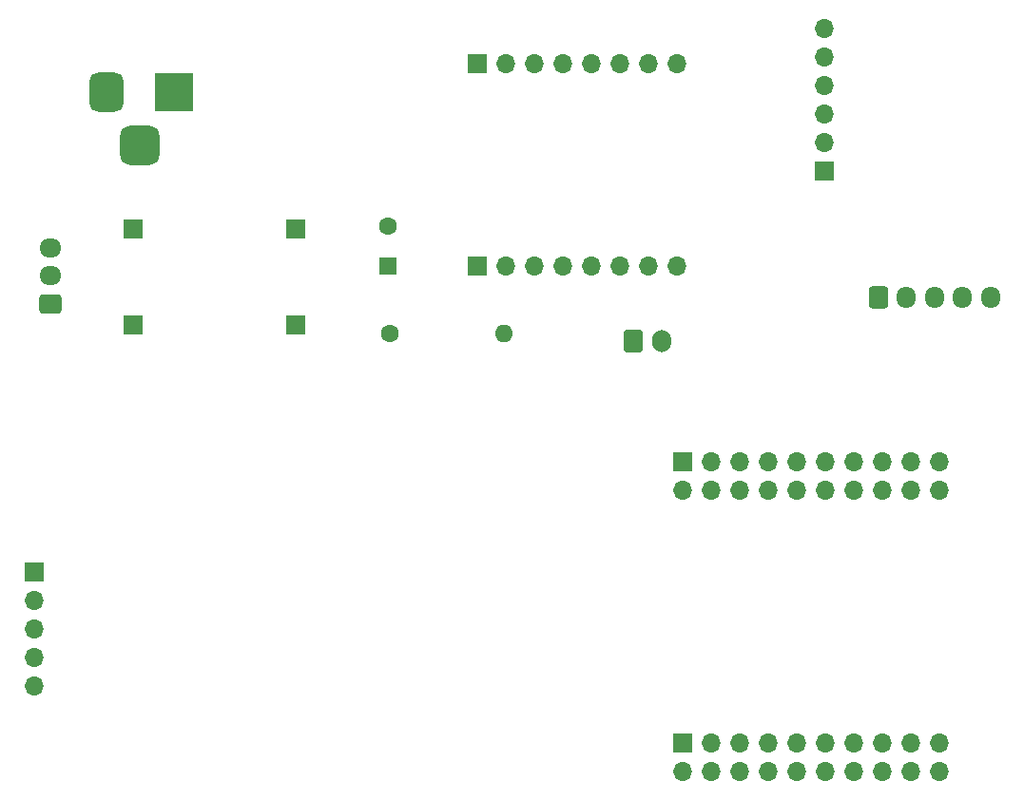
<source format=gbr>
%TF.GenerationSoftware,KiCad,Pcbnew,9.0.0*%
%TF.CreationDate,2025-05-21T10:21:18-06:00*%
%TF.ProjectId,Brush_EBoot_PCB_v1,42727573-685f-4454-926f-6f745f504342,rev?*%
%TF.SameCoordinates,Original*%
%TF.FileFunction,Soldermask,Top*%
%TF.FilePolarity,Negative*%
%FSLAX46Y46*%
G04 Gerber Fmt 4.6, Leading zero omitted, Abs format (unit mm)*
G04 Created by KiCad (PCBNEW 9.0.0) date 2025-05-21 10:21:18*
%MOMM*%
%LPD*%
G01*
G04 APERTURE LIST*
G04 Aperture macros list*
%AMRoundRect*
0 Rectangle with rounded corners*
0 $1 Rounding radius*
0 $2 $3 $4 $5 $6 $7 $8 $9 X,Y pos of 4 corners*
0 Add a 4 corners polygon primitive as box body*
4,1,4,$2,$3,$4,$5,$6,$7,$8,$9,$2,$3,0*
0 Add four circle primitives for the rounded corners*
1,1,$1+$1,$2,$3*
1,1,$1+$1,$4,$5*
1,1,$1+$1,$6,$7*
1,1,$1+$1,$8,$9*
0 Add four rect primitives between the rounded corners*
20,1,$1+$1,$2,$3,$4,$5,0*
20,1,$1+$1,$4,$5,$6,$7,0*
20,1,$1+$1,$6,$7,$8,$9,0*
20,1,$1+$1,$8,$9,$2,$3,0*%
G04 Aperture macros list end*
%ADD10RoundRect,0.250000X0.725000X-0.600000X0.725000X0.600000X-0.725000X0.600000X-0.725000X-0.600000X0*%
%ADD11O,1.950000X1.700000*%
%ADD12R,1.700000X1.700000*%
%ADD13O,1.700000X1.700000*%
%ADD14R,1.600000X1.600000*%
%ADD15C,1.600000*%
%ADD16O,1.600000X1.600000*%
%ADD17R,3.500000X3.500000*%
%ADD18RoundRect,0.750000X-0.750000X-1.000000X0.750000X-1.000000X0.750000X1.000000X-0.750000X1.000000X0*%
%ADD19RoundRect,0.875000X-0.875000X-0.875000X0.875000X-0.875000X0.875000X0.875000X-0.875000X0.875000X0*%
%ADD20RoundRect,0.250000X-0.600000X-0.725000X0.600000X-0.725000X0.600000X0.725000X-0.600000X0.725000X0*%
%ADD21O,1.700000X1.950000*%
%ADD22RoundRect,0.250000X-0.600000X-0.750000X0.600000X-0.750000X0.600000X0.750000X-0.600000X0.750000X0*%
%ADD23O,1.700000X2.000000*%
G04 APERTURE END LIST*
D10*
%TO.C,J6*%
X102990000Y-73690000D03*
D11*
X102990000Y-71190000D03*
X102990000Y-68690000D03*
%TD*%
D12*
%TO.C,J9*%
X159300000Y-87720000D03*
D13*
X159300000Y-90260000D03*
X161840000Y-87720000D03*
X161840000Y-90260000D03*
X164380000Y-87720000D03*
X164380000Y-90260000D03*
X166920000Y-87720000D03*
X166920000Y-90260000D03*
X169460000Y-87720000D03*
X169460000Y-90260000D03*
X172000000Y-87720000D03*
X172000000Y-90260000D03*
X174540000Y-87720000D03*
X174540000Y-90260000D03*
X177080000Y-87720000D03*
X177080000Y-90260000D03*
X179620000Y-87720000D03*
X179620000Y-90260000D03*
X182160000Y-87720000D03*
X182160000Y-90260000D03*
%TD*%
D12*
%TO.C,J1*%
X101550000Y-97550000D03*
D13*
X101550000Y-100090000D03*
X101550000Y-102630000D03*
X101550000Y-105170000D03*
X101550000Y-107710000D03*
%TD*%
D14*
%TO.C,C1*%
X133070000Y-70270000D03*
D15*
X133070000Y-66770000D03*
%TD*%
D12*
%TO.C,J3*%
X141035000Y-70305000D03*
D13*
X143575000Y-70305000D03*
X146115000Y-70305000D03*
X148655000Y-70305000D03*
X151195000Y-70305000D03*
X153735000Y-70305000D03*
X156275000Y-70305000D03*
X158815000Y-70305000D03*
%TD*%
D12*
%TO.C,J11*%
X110380000Y-75520000D03*
%TD*%
D15*
%TO.C,R1*%
X133230000Y-76330000D03*
D16*
X143390000Y-76330000D03*
%TD*%
D12*
%TO.C,J14*%
X124880000Y-75520000D03*
%TD*%
D17*
%TO.C,J7*%
X113990000Y-54812500D03*
D18*
X107990000Y-54812500D03*
D19*
X110990000Y-59512500D03*
%TD*%
D12*
%TO.C,J2*%
X171970000Y-61800000D03*
D13*
X171970000Y-59260000D03*
X171970000Y-56720000D03*
X171970000Y-54180000D03*
X171970000Y-51640000D03*
X171970000Y-49100000D03*
%TD*%
D12*
%TO.C,J8*%
X159300000Y-112800000D03*
D13*
X159300000Y-115340000D03*
X161840000Y-112800000D03*
X161840000Y-115340000D03*
X164380000Y-112800000D03*
X164380000Y-115340000D03*
X166920000Y-112800000D03*
X166920000Y-115340000D03*
X169460000Y-112800000D03*
X169460000Y-115340000D03*
X172000000Y-112800000D03*
X172000000Y-115340000D03*
X174540000Y-112800000D03*
X174540000Y-115340000D03*
X177080000Y-112800000D03*
X177080000Y-115340000D03*
X179620000Y-112800000D03*
X179620000Y-115340000D03*
X182160000Y-112800000D03*
X182160000Y-115340000D03*
%TD*%
D12*
%TO.C,J12*%
X110380000Y-67020000D03*
%TD*%
D20*
%TO.C,J10*%
X176730000Y-73130000D03*
D21*
X179230000Y-73130000D03*
X181730000Y-73130000D03*
X184230000Y-73130000D03*
X186730000Y-73130000D03*
%TD*%
D12*
%TO.C,J13*%
X124880000Y-67020000D03*
%TD*%
D22*
%TO.C,J5*%
X154930000Y-77000000D03*
D23*
X157430000Y-77000000D03*
%TD*%
D12*
%TO.C,J4*%
X141035000Y-52305000D03*
D13*
X143575000Y-52305000D03*
X146115000Y-52305000D03*
X148655000Y-52305000D03*
X151195000Y-52305000D03*
X153735000Y-52305000D03*
X156275000Y-52305000D03*
X158815000Y-52305000D03*
%TD*%
M02*

</source>
